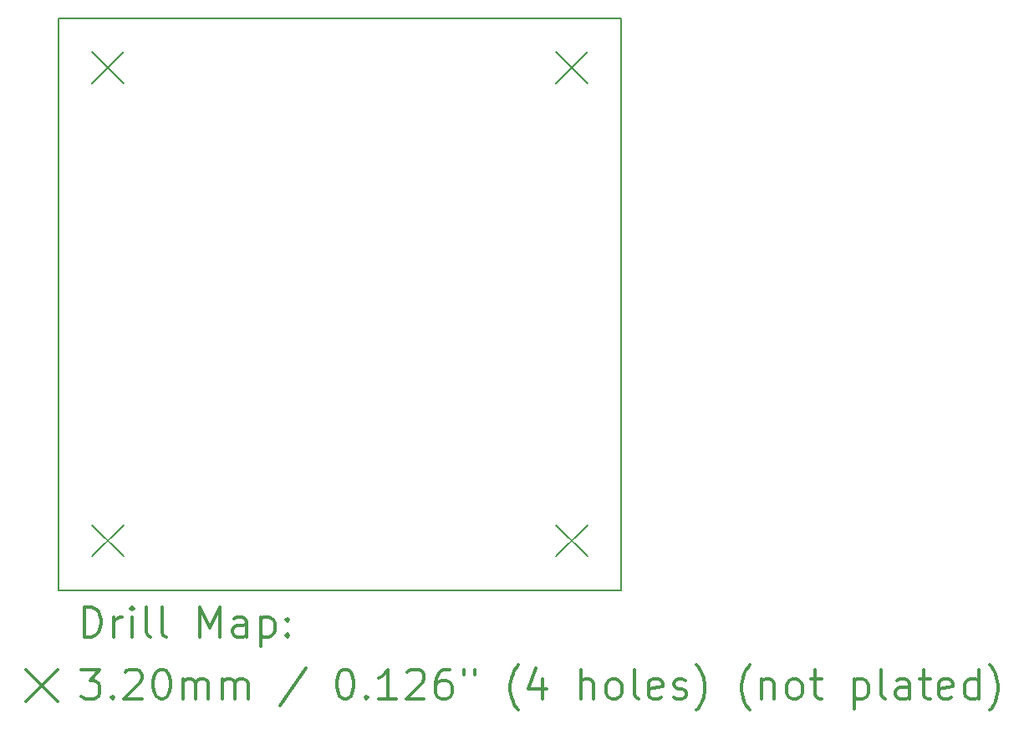
<source format=gbr>
%FSLAX45Y45*%
G04 Gerber Fmt 4.5, Leading zero omitted, Abs format (unit mm)*
G04 Created by KiCad (PCBNEW 4.0.7) date 10/02/18 03:43:43*
%MOMM*%
%LPD*%
G01*
G04 APERTURE LIST*
%ADD10C,0.127000*%
%ADD11C,0.150000*%
%ADD12C,0.200000*%
%ADD13C,0.300000*%
G04 APERTURE END LIST*
D10*
D11*
X14700000Y-12800000D02*
X14700000Y-7000000D01*
X9000000Y-12800000D02*
X9000000Y-7000000D01*
X9000000Y-12800000D02*
X14700000Y-12800000D01*
X9000000Y-7000000D02*
X14700000Y-7000000D01*
D12*
X9340000Y-7340000D02*
X9660000Y-7660000D01*
X9660000Y-7340000D02*
X9340000Y-7660000D01*
X9340000Y-12140000D02*
X9660000Y-12460000D01*
X9660000Y-12140000D02*
X9340000Y-12460000D01*
X14040000Y-7340000D02*
X14360000Y-7660000D01*
X14360000Y-7340000D02*
X14040000Y-7660000D01*
X14040000Y-12140000D02*
X14360000Y-12460000D01*
X14360000Y-12140000D02*
X14040000Y-12460000D01*
D13*
X9263929Y-13273214D02*
X9263929Y-12973214D01*
X9335357Y-12973214D01*
X9378214Y-12987500D01*
X9406786Y-13016071D01*
X9421071Y-13044643D01*
X9435357Y-13101786D01*
X9435357Y-13144643D01*
X9421071Y-13201786D01*
X9406786Y-13230357D01*
X9378214Y-13258929D01*
X9335357Y-13273214D01*
X9263929Y-13273214D01*
X9563929Y-13273214D02*
X9563929Y-13073214D01*
X9563929Y-13130357D02*
X9578214Y-13101786D01*
X9592500Y-13087500D01*
X9621071Y-13073214D01*
X9649643Y-13073214D01*
X9749643Y-13273214D02*
X9749643Y-13073214D01*
X9749643Y-12973214D02*
X9735357Y-12987500D01*
X9749643Y-13001786D01*
X9763929Y-12987500D01*
X9749643Y-12973214D01*
X9749643Y-13001786D01*
X9935357Y-13273214D02*
X9906786Y-13258929D01*
X9892500Y-13230357D01*
X9892500Y-12973214D01*
X10092500Y-13273214D02*
X10063929Y-13258929D01*
X10049643Y-13230357D01*
X10049643Y-12973214D01*
X10435357Y-13273214D02*
X10435357Y-12973214D01*
X10535357Y-13187500D01*
X10635357Y-12973214D01*
X10635357Y-13273214D01*
X10906786Y-13273214D02*
X10906786Y-13116071D01*
X10892500Y-13087500D01*
X10863929Y-13073214D01*
X10806786Y-13073214D01*
X10778214Y-13087500D01*
X10906786Y-13258929D02*
X10878214Y-13273214D01*
X10806786Y-13273214D01*
X10778214Y-13258929D01*
X10763929Y-13230357D01*
X10763929Y-13201786D01*
X10778214Y-13173214D01*
X10806786Y-13158929D01*
X10878214Y-13158929D01*
X10906786Y-13144643D01*
X11049643Y-13073214D02*
X11049643Y-13373214D01*
X11049643Y-13087500D02*
X11078214Y-13073214D01*
X11135357Y-13073214D01*
X11163929Y-13087500D01*
X11178214Y-13101786D01*
X11192500Y-13130357D01*
X11192500Y-13216071D01*
X11178214Y-13244643D01*
X11163929Y-13258929D01*
X11135357Y-13273214D01*
X11078214Y-13273214D01*
X11049643Y-13258929D01*
X11321071Y-13244643D02*
X11335357Y-13258929D01*
X11321071Y-13273214D01*
X11306786Y-13258929D01*
X11321071Y-13244643D01*
X11321071Y-13273214D01*
X11321071Y-13087500D02*
X11335357Y-13101786D01*
X11321071Y-13116071D01*
X11306786Y-13101786D01*
X11321071Y-13087500D01*
X11321071Y-13116071D01*
X8672500Y-13607500D02*
X8992500Y-13927500D01*
X8992500Y-13607500D02*
X8672500Y-13927500D01*
X9235357Y-13603214D02*
X9421071Y-13603214D01*
X9321071Y-13717500D01*
X9363929Y-13717500D01*
X9392500Y-13731786D01*
X9406786Y-13746071D01*
X9421071Y-13774643D01*
X9421071Y-13846071D01*
X9406786Y-13874643D01*
X9392500Y-13888929D01*
X9363929Y-13903214D01*
X9278214Y-13903214D01*
X9249643Y-13888929D01*
X9235357Y-13874643D01*
X9549643Y-13874643D02*
X9563929Y-13888929D01*
X9549643Y-13903214D01*
X9535357Y-13888929D01*
X9549643Y-13874643D01*
X9549643Y-13903214D01*
X9678214Y-13631786D02*
X9692500Y-13617500D01*
X9721071Y-13603214D01*
X9792500Y-13603214D01*
X9821071Y-13617500D01*
X9835357Y-13631786D01*
X9849643Y-13660357D01*
X9849643Y-13688929D01*
X9835357Y-13731786D01*
X9663928Y-13903214D01*
X9849643Y-13903214D01*
X10035357Y-13603214D02*
X10063929Y-13603214D01*
X10092500Y-13617500D01*
X10106786Y-13631786D01*
X10121071Y-13660357D01*
X10135357Y-13717500D01*
X10135357Y-13788929D01*
X10121071Y-13846071D01*
X10106786Y-13874643D01*
X10092500Y-13888929D01*
X10063929Y-13903214D01*
X10035357Y-13903214D01*
X10006786Y-13888929D01*
X9992500Y-13874643D01*
X9978214Y-13846071D01*
X9963929Y-13788929D01*
X9963929Y-13717500D01*
X9978214Y-13660357D01*
X9992500Y-13631786D01*
X10006786Y-13617500D01*
X10035357Y-13603214D01*
X10263929Y-13903214D02*
X10263929Y-13703214D01*
X10263929Y-13731786D02*
X10278214Y-13717500D01*
X10306786Y-13703214D01*
X10349643Y-13703214D01*
X10378214Y-13717500D01*
X10392500Y-13746071D01*
X10392500Y-13903214D01*
X10392500Y-13746071D02*
X10406786Y-13717500D01*
X10435357Y-13703214D01*
X10478214Y-13703214D01*
X10506786Y-13717500D01*
X10521071Y-13746071D01*
X10521071Y-13903214D01*
X10663929Y-13903214D02*
X10663929Y-13703214D01*
X10663929Y-13731786D02*
X10678214Y-13717500D01*
X10706786Y-13703214D01*
X10749643Y-13703214D01*
X10778214Y-13717500D01*
X10792500Y-13746071D01*
X10792500Y-13903214D01*
X10792500Y-13746071D02*
X10806786Y-13717500D01*
X10835357Y-13703214D01*
X10878214Y-13703214D01*
X10906786Y-13717500D01*
X10921071Y-13746071D01*
X10921071Y-13903214D01*
X11506786Y-13588929D02*
X11249643Y-13974643D01*
X11892500Y-13603214D02*
X11921071Y-13603214D01*
X11949643Y-13617500D01*
X11963928Y-13631786D01*
X11978214Y-13660357D01*
X11992500Y-13717500D01*
X11992500Y-13788929D01*
X11978214Y-13846071D01*
X11963928Y-13874643D01*
X11949643Y-13888929D01*
X11921071Y-13903214D01*
X11892500Y-13903214D01*
X11863928Y-13888929D01*
X11849643Y-13874643D01*
X11835357Y-13846071D01*
X11821071Y-13788929D01*
X11821071Y-13717500D01*
X11835357Y-13660357D01*
X11849643Y-13631786D01*
X11863928Y-13617500D01*
X11892500Y-13603214D01*
X12121071Y-13874643D02*
X12135357Y-13888929D01*
X12121071Y-13903214D01*
X12106786Y-13888929D01*
X12121071Y-13874643D01*
X12121071Y-13903214D01*
X12421071Y-13903214D02*
X12249643Y-13903214D01*
X12335357Y-13903214D02*
X12335357Y-13603214D01*
X12306785Y-13646071D01*
X12278214Y-13674643D01*
X12249643Y-13688929D01*
X12535357Y-13631786D02*
X12549643Y-13617500D01*
X12578214Y-13603214D01*
X12649643Y-13603214D01*
X12678214Y-13617500D01*
X12692500Y-13631786D01*
X12706785Y-13660357D01*
X12706785Y-13688929D01*
X12692500Y-13731786D01*
X12521071Y-13903214D01*
X12706785Y-13903214D01*
X12963928Y-13603214D02*
X12906785Y-13603214D01*
X12878214Y-13617500D01*
X12863928Y-13631786D01*
X12835357Y-13674643D01*
X12821071Y-13731786D01*
X12821071Y-13846071D01*
X12835357Y-13874643D01*
X12849643Y-13888929D01*
X12878214Y-13903214D01*
X12935357Y-13903214D01*
X12963928Y-13888929D01*
X12978214Y-13874643D01*
X12992500Y-13846071D01*
X12992500Y-13774643D01*
X12978214Y-13746071D01*
X12963928Y-13731786D01*
X12935357Y-13717500D01*
X12878214Y-13717500D01*
X12849643Y-13731786D01*
X12835357Y-13746071D01*
X12821071Y-13774643D01*
X13106786Y-13603214D02*
X13106786Y-13660357D01*
X13221071Y-13603214D02*
X13221071Y-13660357D01*
X13663928Y-14017500D02*
X13649643Y-14003214D01*
X13621071Y-13960357D01*
X13606785Y-13931786D01*
X13592500Y-13888929D01*
X13578214Y-13817500D01*
X13578214Y-13760357D01*
X13592500Y-13688929D01*
X13606785Y-13646071D01*
X13621071Y-13617500D01*
X13649643Y-13574643D01*
X13663928Y-13560357D01*
X13906785Y-13703214D02*
X13906785Y-13903214D01*
X13835357Y-13588929D02*
X13763928Y-13803214D01*
X13949643Y-13803214D01*
X14292500Y-13903214D02*
X14292500Y-13603214D01*
X14421071Y-13903214D02*
X14421071Y-13746071D01*
X14406785Y-13717500D01*
X14378214Y-13703214D01*
X14335357Y-13703214D01*
X14306785Y-13717500D01*
X14292500Y-13731786D01*
X14606785Y-13903214D02*
X14578214Y-13888929D01*
X14563928Y-13874643D01*
X14549643Y-13846071D01*
X14549643Y-13760357D01*
X14563928Y-13731786D01*
X14578214Y-13717500D01*
X14606785Y-13703214D01*
X14649643Y-13703214D01*
X14678214Y-13717500D01*
X14692500Y-13731786D01*
X14706785Y-13760357D01*
X14706785Y-13846071D01*
X14692500Y-13874643D01*
X14678214Y-13888929D01*
X14649643Y-13903214D01*
X14606785Y-13903214D01*
X14878214Y-13903214D02*
X14849643Y-13888929D01*
X14835357Y-13860357D01*
X14835357Y-13603214D01*
X15106786Y-13888929D02*
X15078214Y-13903214D01*
X15021071Y-13903214D01*
X14992500Y-13888929D01*
X14978214Y-13860357D01*
X14978214Y-13746071D01*
X14992500Y-13717500D01*
X15021071Y-13703214D01*
X15078214Y-13703214D01*
X15106786Y-13717500D01*
X15121071Y-13746071D01*
X15121071Y-13774643D01*
X14978214Y-13803214D01*
X15235357Y-13888929D02*
X15263928Y-13903214D01*
X15321071Y-13903214D01*
X15349643Y-13888929D01*
X15363928Y-13860357D01*
X15363928Y-13846071D01*
X15349643Y-13817500D01*
X15321071Y-13803214D01*
X15278214Y-13803214D01*
X15249643Y-13788929D01*
X15235357Y-13760357D01*
X15235357Y-13746071D01*
X15249643Y-13717500D01*
X15278214Y-13703214D01*
X15321071Y-13703214D01*
X15349643Y-13717500D01*
X15463928Y-14017500D02*
X15478214Y-14003214D01*
X15506786Y-13960357D01*
X15521071Y-13931786D01*
X15535357Y-13888929D01*
X15549643Y-13817500D01*
X15549643Y-13760357D01*
X15535357Y-13688929D01*
X15521071Y-13646071D01*
X15506786Y-13617500D01*
X15478214Y-13574643D01*
X15463928Y-13560357D01*
X16006786Y-14017500D02*
X15992500Y-14003214D01*
X15963928Y-13960357D01*
X15949643Y-13931786D01*
X15935357Y-13888929D01*
X15921071Y-13817500D01*
X15921071Y-13760357D01*
X15935357Y-13688929D01*
X15949643Y-13646071D01*
X15963928Y-13617500D01*
X15992500Y-13574643D01*
X16006786Y-13560357D01*
X16121071Y-13703214D02*
X16121071Y-13903214D01*
X16121071Y-13731786D02*
X16135357Y-13717500D01*
X16163928Y-13703214D01*
X16206786Y-13703214D01*
X16235357Y-13717500D01*
X16249643Y-13746071D01*
X16249643Y-13903214D01*
X16435357Y-13903214D02*
X16406786Y-13888929D01*
X16392500Y-13874643D01*
X16378214Y-13846071D01*
X16378214Y-13760357D01*
X16392500Y-13731786D01*
X16406786Y-13717500D01*
X16435357Y-13703214D01*
X16478214Y-13703214D01*
X16506786Y-13717500D01*
X16521071Y-13731786D01*
X16535357Y-13760357D01*
X16535357Y-13846071D01*
X16521071Y-13874643D01*
X16506786Y-13888929D01*
X16478214Y-13903214D01*
X16435357Y-13903214D01*
X16621071Y-13703214D02*
X16735357Y-13703214D01*
X16663928Y-13603214D02*
X16663928Y-13860357D01*
X16678214Y-13888929D01*
X16706786Y-13903214D01*
X16735357Y-13903214D01*
X17063929Y-13703214D02*
X17063929Y-14003214D01*
X17063929Y-13717500D02*
X17092500Y-13703214D01*
X17149643Y-13703214D01*
X17178214Y-13717500D01*
X17192500Y-13731786D01*
X17206786Y-13760357D01*
X17206786Y-13846071D01*
X17192500Y-13874643D01*
X17178214Y-13888929D01*
X17149643Y-13903214D01*
X17092500Y-13903214D01*
X17063929Y-13888929D01*
X17378214Y-13903214D02*
X17349643Y-13888929D01*
X17335357Y-13860357D01*
X17335357Y-13603214D01*
X17621071Y-13903214D02*
X17621071Y-13746071D01*
X17606786Y-13717500D01*
X17578214Y-13703214D01*
X17521071Y-13703214D01*
X17492500Y-13717500D01*
X17621071Y-13888929D02*
X17592500Y-13903214D01*
X17521071Y-13903214D01*
X17492500Y-13888929D01*
X17478214Y-13860357D01*
X17478214Y-13831786D01*
X17492500Y-13803214D01*
X17521071Y-13788929D01*
X17592500Y-13788929D01*
X17621071Y-13774643D01*
X17721071Y-13703214D02*
X17835357Y-13703214D01*
X17763929Y-13603214D02*
X17763929Y-13860357D01*
X17778214Y-13888929D01*
X17806786Y-13903214D01*
X17835357Y-13903214D01*
X18049643Y-13888929D02*
X18021072Y-13903214D01*
X17963929Y-13903214D01*
X17935357Y-13888929D01*
X17921072Y-13860357D01*
X17921072Y-13746071D01*
X17935357Y-13717500D01*
X17963929Y-13703214D01*
X18021072Y-13703214D01*
X18049643Y-13717500D01*
X18063929Y-13746071D01*
X18063929Y-13774643D01*
X17921072Y-13803214D01*
X18321072Y-13903214D02*
X18321072Y-13603214D01*
X18321072Y-13888929D02*
X18292500Y-13903214D01*
X18235357Y-13903214D01*
X18206786Y-13888929D01*
X18192500Y-13874643D01*
X18178214Y-13846071D01*
X18178214Y-13760357D01*
X18192500Y-13731786D01*
X18206786Y-13717500D01*
X18235357Y-13703214D01*
X18292500Y-13703214D01*
X18321072Y-13717500D01*
X18435357Y-14017500D02*
X18449643Y-14003214D01*
X18478214Y-13960357D01*
X18492500Y-13931786D01*
X18506786Y-13888929D01*
X18521072Y-13817500D01*
X18521072Y-13760357D01*
X18506786Y-13688929D01*
X18492500Y-13646071D01*
X18478214Y-13617500D01*
X18449643Y-13574643D01*
X18435357Y-13560357D01*
M02*

</source>
